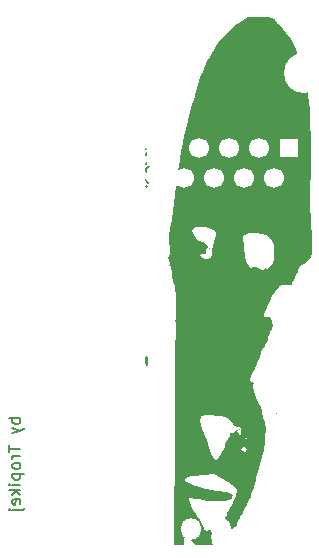
<source format=gbr>
%TF.GenerationSoftware,KiCad,Pcbnew,8.0.8+1*%
%TF.CreationDate,Date%
%TF.ProjectId,LAN8742A-breakout,4c414e38-3734-4324-912d-627265616b6f,+ (Unreleased)*%
%TF.SameCoordinates,Original*%
%TF.FileFunction,Legend,Bot*%
%TF.FilePolarity,Positive*%
%FSLAX46Y46*%
G04 Gerber Fmt 4.6, Leading zero omitted, Abs format (unit mm)*
G04 Created by KiCad*
%MOMM*%
%LPD*%
G01*
G04 APERTURE LIST*
G04 Aperture macros list*
%AMRoundRect*
0 Rectangle with rounded corners*
0 $1 Rounding radius*
0 $2 $3 $4 $5 $6 $7 $8 $9 X,Y pos of 4 corners*
0 Add a 4 corners polygon primitive as box body*
4,1,4,$2,$3,$4,$5,$6,$7,$8,$9,$2,$3,0*
0 Add four circle primitives for the rounded corners*
1,1,$1+$1,$2,$3*
1,1,$1+$1,$4,$5*
1,1,$1+$1,$6,$7*
1,1,$1+$1,$8,$9*
0 Add four rect primitives between the rounded corners*
20,1,$1+$1,$2,$3,$4,$5,0*
20,1,$1+$1,$4,$5,$6,$7,0*
20,1,$1+$1,$6,$7,$8,$9,0*
20,1,$1+$1,$8,$9,$2,$3,0*%
G04 Aperture macros list end*
%ADD10C,0.150000*%
%ADD11C,0.300000*%
%ADD12C,0.000000*%
%ADD13C,3.300000*%
%ADD14RoundRect,0.050000X-0.850000X-0.850000X0.850000X-0.850000X0.850000X0.850000X-0.850000X0.850000X0*%
%ADD15O,1.800000X1.800000*%
%ADD16C,2.100000*%
%ADD17RoundRect,0.050000X-0.850000X0.850000X-0.850000X-0.850000X0.850000X-0.850000X0.850000X0.850000X0*%
%ADD18RoundRect,0.050000X0.850000X0.850000X-0.850000X0.850000X-0.850000X-0.850000X0.850000X-0.850000X0*%
%ADD19C,3.400000*%
%ADD20RoundRect,0.050000X0.800000X0.800000X-0.800000X0.800000X-0.800000X-0.800000X0.800000X-0.800000X0*%
%ADD21C,1.700000*%
%ADD22C,1.900000*%
%ADD23C,2.600000*%
G04 APERTURE END LIST*
D10*
X129014002Y-81960091D02*
X128014002Y-81960091D01*
X128394954Y-81960091D02*
X128347335Y-82055329D01*
X128347335Y-82055329D02*
X128347335Y-82245805D01*
X128347335Y-82245805D02*
X128394954Y-82341043D01*
X128394954Y-82341043D02*
X128442573Y-82388662D01*
X128442573Y-82388662D02*
X128537811Y-82436281D01*
X128537811Y-82436281D02*
X128823525Y-82436281D01*
X128823525Y-82436281D02*
X128918763Y-82388662D01*
X128918763Y-82388662D02*
X128966383Y-82341043D01*
X128966383Y-82341043D02*
X129014002Y-82245805D01*
X129014002Y-82245805D02*
X129014002Y-82055329D01*
X129014002Y-82055329D02*
X128966383Y-81960091D01*
X128347335Y-82769615D02*
X129014002Y-83007710D01*
X128347335Y-83245805D02*
X129014002Y-83007710D01*
X129014002Y-83007710D02*
X129252097Y-82912472D01*
X129252097Y-82912472D02*
X129299716Y-82864853D01*
X129299716Y-82864853D02*
X129347335Y-82769615D01*
X128014002Y-84245806D02*
X128014002Y-84817234D01*
X129014002Y-84531520D02*
X128014002Y-84531520D01*
X129014002Y-85150568D02*
X128347335Y-85150568D01*
X128537811Y-85150568D02*
X128442573Y-85198187D01*
X128442573Y-85198187D02*
X128394954Y-85245806D01*
X128394954Y-85245806D02*
X128347335Y-85341044D01*
X128347335Y-85341044D02*
X128347335Y-85436282D01*
X129014002Y-85912473D02*
X128966383Y-85817235D01*
X128966383Y-85817235D02*
X128918763Y-85769616D01*
X128918763Y-85769616D02*
X128823525Y-85721997D01*
X128823525Y-85721997D02*
X128537811Y-85721997D01*
X128537811Y-85721997D02*
X128442573Y-85769616D01*
X128442573Y-85769616D02*
X128394954Y-85817235D01*
X128394954Y-85817235D02*
X128347335Y-85912473D01*
X128347335Y-85912473D02*
X128347335Y-86055330D01*
X128347335Y-86055330D02*
X128394954Y-86150568D01*
X128394954Y-86150568D02*
X128442573Y-86198187D01*
X128442573Y-86198187D02*
X128537811Y-86245806D01*
X128537811Y-86245806D02*
X128823525Y-86245806D01*
X128823525Y-86245806D02*
X128918763Y-86198187D01*
X128918763Y-86198187D02*
X128966383Y-86150568D01*
X128966383Y-86150568D02*
X129014002Y-86055330D01*
X129014002Y-86055330D02*
X129014002Y-85912473D01*
X128347335Y-86674378D02*
X129347335Y-86674378D01*
X128394954Y-86674378D02*
X128347335Y-86769616D01*
X128347335Y-86769616D02*
X128347335Y-86960092D01*
X128347335Y-86960092D02*
X128394954Y-87055330D01*
X128394954Y-87055330D02*
X128442573Y-87102949D01*
X128442573Y-87102949D02*
X128537811Y-87150568D01*
X128537811Y-87150568D02*
X128823525Y-87150568D01*
X128823525Y-87150568D02*
X128918763Y-87102949D01*
X128918763Y-87102949D02*
X128966383Y-87055330D01*
X128966383Y-87055330D02*
X129014002Y-86960092D01*
X129014002Y-86960092D02*
X129014002Y-86769616D01*
X129014002Y-86769616D02*
X128966383Y-86674378D01*
X129014002Y-87579140D02*
X128347335Y-87579140D01*
X128014002Y-87579140D02*
X128061621Y-87531521D01*
X128061621Y-87531521D02*
X128109240Y-87579140D01*
X128109240Y-87579140D02*
X128061621Y-87626759D01*
X128061621Y-87626759D02*
X128014002Y-87579140D01*
X128014002Y-87579140D02*
X128109240Y-87579140D01*
X129014002Y-88055330D02*
X128014002Y-88055330D01*
X128633049Y-88150568D02*
X129014002Y-88436282D01*
X128347335Y-88436282D02*
X128728287Y-88055330D01*
X128966383Y-89245806D02*
X129014002Y-89150568D01*
X129014002Y-89150568D02*
X129014002Y-88960092D01*
X129014002Y-88960092D02*
X128966383Y-88864854D01*
X128966383Y-88864854D02*
X128871144Y-88817235D01*
X128871144Y-88817235D02*
X128490192Y-88817235D01*
X128490192Y-88817235D02*
X128394954Y-88864854D01*
X128394954Y-88864854D02*
X128347335Y-88960092D01*
X128347335Y-88960092D02*
X128347335Y-89150568D01*
X128347335Y-89150568D02*
X128394954Y-89245806D01*
X128394954Y-89245806D02*
X128490192Y-89293425D01*
X128490192Y-89293425D02*
X128585430Y-89293425D01*
X128585430Y-89293425D02*
X128680668Y-88817235D01*
X128347335Y-89721997D02*
X129204478Y-89721997D01*
X129204478Y-89721997D02*
X129299716Y-89674378D01*
X129299716Y-89674378D02*
X129347335Y-89579140D01*
X129347335Y-89579140D02*
X129347335Y-89531521D01*
X128014002Y-89721997D02*
X128061621Y-89674378D01*
X128061621Y-89674378D02*
X128109240Y-89721997D01*
X128109240Y-89721997D02*
X128061621Y-89769616D01*
X128061621Y-89769616D02*
X128014002Y-89721997D01*
X128014002Y-89721997D02*
X128109240Y-89721997D01*
D11*
X148588207Y-69375537D02*
X148731065Y-69304108D01*
X148731065Y-69304108D02*
X148945350Y-69304108D01*
X148945350Y-69304108D02*
X149159636Y-69375537D01*
X149159636Y-69375537D02*
X149302493Y-69518394D01*
X149302493Y-69518394D02*
X149373922Y-69661251D01*
X149373922Y-69661251D02*
X149445350Y-69946965D01*
X149445350Y-69946965D02*
X149445350Y-70161251D01*
X149445350Y-70161251D02*
X149373922Y-70446965D01*
X149373922Y-70446965D02*
X149302493Y-70589822D01*
X149302493Y-70589822D02*
X149159636Y-70732680D01*
X149159636Y-70732680D02*
X148945350Y-70804108D01*
X148945350Y-70804108D02*
X148802493Y-70804108D01*
X148802493Y-70804108D02*
X148588207Y-70732680D01*
X148588207Y-70732680D02*
X148516779Y-70661251D01*
X148516779Y-70661251D02*
X148516779Y-70161251D01*
X148516779Y-70161251D02*
X148802493Y-70161251D01*
X147659636Y-69304108D02*
X147659636Y-69661251D01*
X148016779Y-69518394D02*
X147659636Y-69661251D01*
X147659636Y-69661251D02*
X147302493Y-69518394D01*
X147873922Y-69946965D02*
X147659636Y-69661251D01*
X147659636Y-69661251D02*
X147445350Y-69946965D01*
X146516779Y-69304108D02*
X146516779Y-69661251D01*
X146873922Y-69518394D02*
X146516779Y-69661251D01*
X146516779Y-69661251D02*
X146159636Y-69518394D01*
X146731065Y-69946965D02*
X146516779Y-69661251D01*
X146516779Y-69661251D02*
X146302493Y-69946965D01*
X145373922Y-69304108D02*
X145373922Y-69661251D01*
X145731065Y-69518394D02*
X145373922Y-69661251D01*
X145373922Y-69661251D02*
X145016779Y-69518394D01*
X145588208Y-69946965D02*
X145373922Y-69661251D01*
X145373922Y-69661251D02*
X145159636Y-69946965D01*
D12*
%TO.C,G\u002A\u002A\u002A*%
G36*
X145061635Y-67553111D02*
G01*
X145020799Y-67593947D01*
X144979963Y-67553111D01*
X145020799Y-67512275D01*
X145061635Y-67553111D01*
G37*
G36*
X147593468Y-82907452D02*
G01*
X147552632Y-82948288D01*
X147511796Y-82907452D01*
X147552632Y-82866616D01*
X147593468Y-82907452D01*
G37*
G36*
X148736877Y-47706809D02*
G01*
X148696041Y-47747645D01*
X148655205Y-47706809D01*
X148696041Y-47665973D01*
X148736877Y-47706809D01*
G37*
G36*
X150778677Y-81519027D02*
G01*
X150737841Y-81559863D01*
X150697005Y-81519027D01*
X150737841Y-81478191D01*
X150778677Y-81519027D01*
G37*
G36*
X150697005Y-81723207D02*
G01*
X150691111Y-81766444D01*
X150642557Y-81777655D01*
X150632783Y-81765685D01*
X150642557Y-81668759D01*
X150667123Y-81655982D01*
X150697005Y-81723207D01*
G37*
G36*
X139719575Y-59447813D02*
G01*
X139735155Y-59523271D01*
X139702159Y-59686023D01*
X139636450Y-59875940D01*
X139606430Y-59685166D01*
X139600297Y-59538859D01*
X139641110Y-59431316D01*
X139719575Y-59447813D01*
G37*
G36*
X139711696Y-62212025D02*
G01*
X139794475Y-62294573D01*
X139777957Y-62396382D01*
X139752528Y-62418556D01*
X139639767Y-62438738D01*
X139589610Y-62326101D01*
X139598256Y-62269816D01*
X139666462Y-62203593D01*
X139711696Y-62212025D01*
G37*
G36*
X139722207Y-60267166D02*
G01*
X139739727Y-60320539D01*
X139709568Y-60464540D01*
X139685654Y-60518251D01*
X139644341Y-60566507D01*
X139610587Y-60461670D01*
X139600621Y-60347008D01*
X139641457Y-60249017D01*
X139722207Y-60267166D01*
G37*
G36*
X139693587Y-59075937D02*
G01*
X139752954Y-59186548D01*
X139750616Y-59204782D01*
X139671282Y-59263400D01*
X139632251Y-59247817D01*
X139589610Y-59136072D01*
X139601362Y-59077735D01*
X139671282Y-59059220D01*
X139693587Y-59075937D01*
G37*
G36*
X139646289Y-61631889D02*
G01*
X139683158Y-61704010D01*
X139811363Y-61851053D01*
X139870019Y-61918979D01*
X139881025Y-62031248D01*
X139823729Y-62087425D01*
X139717646Y-62074153D01*
X139629760Y-61955874D01*
X139596057Y-61766077D01*
X139597204Y-61734992D01*
X139615615Y-61615631D01*
X139646289Y-61631889D01*
G37*
G36*
X139767815Y-76723406D02*
G01*
X139807344Y-76792836D01*
X139843349Y-76991778D01*
X139841003Y-77232835D01*
X139803119Y-77448440D01*
X139732512Y-77571028D01*
X139670829Y-77567004D01*
X139630139Y-77443733D01*
X139605676Y-77178631D01*
X139598073Y-76929283D01*
X139616327Y-76727045D01*
X139671356Y-76662775D01*
X139767815Y-76723406D01*
G37*
G36*
X139912148Y-60571714D02*
G01*
X139994806Y-60615663D01*
X139961324Y-60699985D01*
X139827705Y-60776529D01*
X139706466Y-60855790D01*
X139703709Y-61014924D01*
X139719442Y-61141526D01*
X139690213Y-61259978D01*
X139677205Y-61265907D01*
X139634419Y-61194534D01*
X139604376Y-61014982D01*
X139608554Y-60812539D01*
X139699977Y-60632061D01*
X139895880Y-60571403D01*
X139912148Y-60571714D01*
G37*
G36*
X153594757Y-68267221D02*
G01*
X153437616Y-68515757D01*
X153246940Y-68746390D01*
X153057930Y-68916227D01*
X152905786Y-68982371D01*
X152754867Y-69025347D01*
X152600815Y-69201177D01*
X152520496Y-69486036D01*
X152497496Y-69589467D01*
X152396189Y-69839796D01*
X152248474Y-70098056D01*
X152157966Y-70240604D01*
X152047062Y-70447855D01*
X152003758Y-70579070D01*
X152001389Y-70599565D01*
X151939814Y-70658250D01*
X151773254Y-70688747D01*
X151472889Y-70697484D01*
X151211444Y-70705589D01*
X151016521Y-70727952D01*
X150942021Y-70759572D01*
X150940848Y-70767632D01*
X150877146Y-70875598D01*
X150746149Y-71032900D01*
X150573052Y-71256868D01*
X150356730Y-71604570D01*
X150141465Y-72006181D01*
X149955419Y-72408808D01*
X149826757Y-72759557D01*
X149773092Y-72927024D01*
X149681891Y-73162972D01*
X149606518Y-73304143D01*
X149569073Y-73370829D01*
X149628344Y-73393368D01*
X149819546Y-73370448D01*
X149825766Y-73369452D01*
X150032678Y-73351649D01*
X150151728Y-73406082D01*
X150251661Y-73563454D01*
X150260100Y-73580147D01*
X150328555Y-73763347D01*
X150331487Y-73879448D01*
X150320853Y-73910541D01*
X150372951Y-74006828D01*
X150415171Y-74054000D01*
X150369311Y-74169757D01*
X150328958Y-74234848D01*
X150301585Y-74387084D01*
X150301777Y-74388024D01*
X150274824Y-74528179D01*
X150179534Y-74712386D01*
X150077183Y-74913932D01*
X150024174Y-75120746D01*
X149975913Y-75312478D01*
X149865345Y-75528741D01*
X149862201Y-75533353D01*
X149759501Y-75707264D01*
X149716941Y-75825011D01*
X149700109Y-75880067D01*
X149600817Y-76000867D01*
X149574635Y-76029485D01*
X149490148Y-76202252D01*
X149428853Y-76439645D01*
X149416800Y-76501162D01*
X149327898Y-76764041D01*
X149207956Y-76961656D01*
X149105904Y-77119843D01*
X149087949Y-77258661D01*
X149077363Y-77359750D01*
X148993680Y-77559611D01*
X148853266Y-77800814D01*
X148728034Y-78005863D01*
X148616499Y-78225945D01*
X148573533Y-78365448D01*
X148561742Y-78442462D01*
X148471442Y-78608834D01*
X148457716Y-78623355D01*
X148422226Y-78720326D01*
X148523860Y-78826403D01*
X148633517Y-78900632D01*
X148760170Y-78967735D01*
X148796277Y-79016362D01*
X148748367Y-79169904D01*
X148702809Y-79286425D01*
X148736656Y-79395418D01*
X148742745Y-79399943D01*
X148796482Y-79520474D01*
X148818549Y-79722243D01*
X148818774Y-79742941D01*
X148844595Y-79940131D01*
X148900221Y-80048931D01*
X148936724Y-80085328D01*
X148981893Y-80229804D01*
X148984166Y-80252765D01*
X149048743Y-80416068D01*
X149174523Y-80612926D01*
X149245484Y-80726319D01*
X149367705Y-81008058D01*
X149453294Y-81314847D01*
X149486158Y-81469402D01*
X149578499Y-81824929D01*
X149677349Y-82131567D01*
X149712224Y-82232430D01*
X149759900Y-82434136D01*
X149782169Y-82674955D01*
X149782052Y-82749369D01*
X149781664Y-82995984D01*
X149761016Y-83438320D01*
X149747360Y-83637680D01*
X149738768Y-83763106D01*
X149702728Y-84158405D01*
X149662911Y-84488438D01*
X149648763Y-84568116D01*
X149624594Y-84704236D01*
X149567276Y-84927184D01*
X149453070Y-85356863D01*
X149324064Y-85830253D01*
X149198677Y-86280031D01*
X149095325Y-86638875D01*
X149062061Y-86758372D01*
X149004618Y-87010694D01*
X148981893Y-87185341D01*
X148968098Y-87284567D01*
X148900221Y-87399413D01*
X148845406Y-87491750D01*
X148818549Y-87674475D01*
X148791075Y-87853450D01*
X148698638Y-88057597D01*
X148620407Y-88215740D01*
X148576130Y-88448267D01*
X148529511Y-88664618D01*
X148410188Y-88888060D01*
X148295349Y-89077136D01*
X148246844Y-89243989D01*
X148230822Y-89327703D01*
X148130138Y-89457573D01*
X148075264Y-89496339D01*
X147997845Y-89604558D01*
X147980322Y-89678944D01*
X147842389Y-90016050D01*
X147623831Y-90360597D01*
X147587600Y-90409882D01*
X147458117Y-90618548D01*
X147390890Y-90780482D01*
X147334429Y-90961847D01*
X147160523Y-91207854D01*
X146919674Y-91334900D01*
X146765179Y-91386271D01*
X146695076Y-91452387D01*
X146676033Y-91488683D01*
X146558581Y-91523850D01*
X146445603Y-91551169D01*
X146275771Y-91656264D01*
X146272782Y-91658939D01*
X146126063Y-91737588D01*
X145991379Y-91740657D01*
X145917761Y-91681048D01*
X145954238Y-91571662D01*
X146005839Y-91481534D01*
X145943018Y-91422566D01*
X145932489Y-91418799D01*
X145883193Y-91361658D01*
X145955731Y-91243905D01*
X146012717Y-91178326D01*
X146089766Y-91146004D01*
X146179485Y-91245079D01*
X146259051Y-91333350D01*
X146326870Y-91336724D01*
X146336229Y-91209751D01*
X146281630Y-90967379D01*
X146276956Y-90951690D01*
X146226867Y-90730797D01*
X146250067Y-90573206D01*
X146357642Y-90395534D01*
X146376585Y-90368186D01*
X146486756Y-90172670D01*
X146531732Y-90025548D01*
X146539950Y-89967204D01*
X146618125Y-89846656D01*
X146672752Y-89788516D01*
X146791016Y-89590464D01*
X146937062Y-89289678D01*
X147096677Y-88918093D01*
X147255648Y-88507646D01*
X147399764Y-88090270D01*
X147388729Y-88015693D01*
X147251372Y-87859676D01*
X146965574Y-87647946D01*
X146586580Y-87396242D01*
X146170018Y-87125352D01*
X145849838Y-86929418D01*
X145603881Y-86798435D01*
X145409985Y-86722396D01*
X145245989Y-86691294D01*
X145089732Y-86695125D01*
X144919054Y-86723881D01*
X144682605Y-86762377D01*
X144321227Y-86803138D01*
X143959063Y-86828785D01*
X143952518Y-86829081D01*
X143549788Y-86864501D01*
X143228240Y-86926102D01*
X143015243Y-87006642D01*
X142938163Y-87098881D01*
X142968911Y-87185929D01*
X143134799Y-87341425D01*
X143424592Y-87507119D01*
X143815754Y-87670938D01*
X144285751Y-87820810D01*
X144420120Y-87856246D01*
X144810114Y-87946284D01*
X145239627Y-88031860D01*
X145659167Y-88104172D01*
X146019240Y-88154417D01*
X146270354Y-88173792D01*
X146521825Y-88209424D01*
X146784960Y-88302052D01*
X146879401Y-88355762D01*
X146983278Y-88465714D01*
X146974938Y-88608322D01*
X146938165Y-88721902D01*
X146909528Y-88793527D01*
X146887911Y-88804420D01*
X146671315Y-88872560D01*
X146358339Y-88932733D01*
X146006783Y-88975648D01*
X145674446Y-88992018D01*
X145650404Y-88991919D01*
X145322040Y-88977332D01*
X144932035Y-88941872D01*
X144517806Y-88891130D01*
X144116766Y-88830698D01*
X143766332Y-88766168D01*
X143503918Y-88703130D01*
X143366941Y-88647176D01*
X143360158Y-88641758D01*
X143285883Y-88624445D01*
X143264851Y-88749538D01*
X143280128Y-88854281D01*
X143348298Y-89072273D01*
X143451463Y-89323819D01*
X143567887Y-89561815D01*
X143675836Y-89739156D01*
X143753575Y-89808738D01*
X143760600Y-89809832D01*
X143825551Y-89896023D01*
X143879626Y-90077779D01*
X143950445Y-90273547D01*
X144107925Y-90424885D01*
X144222287Y-90513602D01*
X144311017Y-90721571D01*
X144355221Y-90885715D01*
X144453943Y-91037842D01*
X144513443Y-91108769D01*
X144571603Y-91291398D01*
X144571642Y-91295963D01*
X144638313Y-91451228D01*
X144795632Y-91511300D01*
X144989674Y-91455068D01*
X145118392Y-91382704D01*
X145204295Y-91378288D01*
X145224979Y-91483014D01*
X145236694Y-91523850D01*
X145242439Y-91543878D01*
X145356225Y-91605522D01*
X145425701Y-91622954D01*
X145441290Y-91725870D01*
X145439304Y-91807164D01*
X145533961Y-91923925D01*
X145602600Y-91981964D01*
X145606655Y-92067791D01*
X145605501Y-92068896D01*
X145515676Y-92056713D01*
X145393944Y-91939662D01*
X145338206Y-91875659D01*
X145203953Y-91799328D01*
X145118400Y-91848872D01*
X145119664Y-92013964D01*
X145154515Y-92109571D01*
X145214087Y-92177389D01*
X145214593Y-92177402D01*
X145255874Y-92250220D01*
X145282946Y-92422405D01*
X145300076Y-92667259D01*
X144574980Y-92667259D01*
X143849884Y-92667259D01*
X143509867Y-92340571D01*
X143358968Y-92202392D01*
X143190260Y-92066470D01*
X143094842Y-92013882D01*
X143054156Y-91992397D01*
X143011475Y-91870956D01*
X143007860Y-91846510D01*
X142978153Y-91866323D01*
X142931057Y-92013882D01*
X142927361Y-92029015D01*
X142891741Y-92277831D01*
X142900137Y-92483497D01*
X142913259Y-92571783D01*
X142878788Y-92635949D01*
X142753496Y-92662212D01*
X142501153Y-92667259D01*
X142061031Y-92667259D01*
X142064299Y-91458729D01*
X142873286Y-91458729D01*
X142884073Y-91625940D01*
X142912432Y-91639794D01*
X142925267Y-91523850D01*
X142913883Y-91411500D01*
X142884073Y-91421760D01*
X142873286Y-91458729D01*
X142064299Y-91458729D01*
X142084494Y-83989606D01*
X142087762Y-82955335D01*
X142091041Y-82163400D01*
X144262796Y-82163400D01*
X144303665Y-82497509D01*
X144395770Y-82853767D01*
X144528088Y-83183572D01*
X144689596Y-83438320D01*
X144747509Y-83526337D01*
X144855250Y-83799841D01*
X144944303Y-84173368D01*
X144982610Y-84355347D01*
X145073382Y-84688376D01*
X145179995Y-84999351D01*
X145285947Y-85242343D01*
X145374737Y-85371425D01*
X145443476Y-85421810D01*
X145549508Y-85465669D01*
X145651566Y-85415192D01*
X145804772Y-85255522D01*
X145833157Y-85223090D01*
X146025108Y-84962925D01*
X146197058Y-84669366D01*
X146249278Y-84553816D01*
X147708532Y-84553816D01*
X147773364Y-84637475D01*
X147850697Y-84694586D01*
X148033406Y-84786838D01*
X148134231Y-84745390D01*
X148165172Y-84568116D01*
X148110034Y-84454408D01*
X147962060Y-84420693D01*
X147773364Y-84488098D01*
X147708532Y-84553816D01*
X146249278Y-84553816D01*
X146320865Y-84395412D01*
X146368388Y-84194063D01*
X146374313Y-84146818D01*
X146445880Y-83953650D01*
X146572568Y-83731942D01*
X146600840Y-83688156D01*
X148001828Y-83688156D01*
X148004166Y-83706390D01*
X148083500Y-83765008D01*
X148122531Y-83749425D01*
X148165172Y-83637680D01*
X148153420Y-83579343D01*
X148083500Y-83560828D01*
X148061196Y-83577544D01*
X148001828Y-83688156D01*
X146600840Y-83688156D01*
X146624273Y-83651863D01*
X146733314Y-83449276D01*
X146776748Y-83312185D01*
X146805056Y-83244396D01*
X146934258Y-83193304D01*
X147040426Y-83173242D01*
X147214277Y-83070796D01*
X147337152Y-82971700D01*
X147408462Y-82954717D01*
X147388801Y-83030748D01*
X147386186Y-83035733D01*
X147403325Y-83155927D01*
X147502393Y-83322408D01*
X147666949Y-83531606D01*
X147659119Y-83219529D01*
X147658382Y-83178508D01*
X147664193Y-82944737D01*
X147683633Y-82784944D01*
X147689198Y-82749369D01*
X147637364Y-82688362D01*
X147459016Y-82686943D01*
X147320128Y-82688293D01*
X147167090Y-82622034D01*
X147016141Y-82441927D01*
X146838200Y-82205097D01*
X146589081Y-81968905D01*
X146318777Y-81845094D01*
X145985266Y-81807816D01*
X145826196Y-81801775D01*
X145617753Y-81774954D01*
X145517843Y-81734552D01*
X145517343Y-81733769D01*
X145407247Y-81689214D01*
X145190594Y-81672232D01*
X144920497Y-81679403D01*
X144650070Y-81707307D01*
X144432428Y-81752524D01*
X144320684Y-81811634D01*
X144284185Y-81900045D01*
X144262796Y-82163400D01*
X142091041Y-82163400D01*
X142092580Y-81791713D01*
X142098404Y-80673271D01*
X142105116Y-79611826D01*
X142112602Y-78619193D01*
X142120744Y-77707190D01*
X142129427Y-76887632D01*
X142138534Y-76172336D01*
X142147950Y-75573118D01*
X142157558Y-75101796D01*
X142167242Y-74770184D01*
X142176886Y-74590100D01*
X142189824Y-74439514D01*
X142205950Y-74139057D01*
X142203900Y-73922747D01*
X142183344Y-73829638D01*
X142151293Y-73745473D01*
X142159294Y-73571427D01*
X142195656Y-73232235D01*
X142210370Y-72764192D01*
X142201724Y-72218176D01*
X142169494Y-71636712D01*
X142155623Y-71454363D01*
X142127526Y-71114905D01*
X142101508Y-70882132D01*
X142071040Y-70716325D01*
X142029596Y-70577765D01*
X141970648Y-70426733D01*
X141909051Y-70220530D01*
X141876426Y-69968518D01*
X141871660Y-69791169D01*
X141844438Y-69495322D01*
X141799909Y-69244872D01*
X141745923Y-69079097D01*
X141690328Y-69037270D01*
X141643935Y-69022918D01*
X141660635Y-68877050D01*
X141674953Y-68722642D01*
X141631710Y-68615032D01*
X141591037Y-68566327D01*
X141553599Y-68412793D01*
X141564382Y-68246734D01*
X141624663Y-68152039D01*
X141642409Y-68139480D01*
X141693063Y-68011988D01*
X141720626Y-67802217D01*
X141723445Y-67570892D01*
X141699865Y-67378737D01*
X141648234Y-67286479D01*
X141611688Y-67268328D01*
X141585535Y-67193740D01*
X141592664Y-67170231D01*
X141610891Y-67013720D01*
X141626938Y-66751464D01*
X141637984Y-66424831D01*
X141642199Y-66283572D01*
X141650646Y-66136952D01*
X143591539Y-66136952D01*
X143605099Y-66239124D01*
X143698545Y-66470594D01*
X143849811Y-66698174D01*
X144022157Y-66871590D01*
X144178841Y-66940568D01*
X144250774Y-66950633D01*
X144368247Y-67023575D01*
X144390257Y-67049444D01*
X144490555Y-67062693D01*
X144533110Y-67055258D01*
X144627838Y-67128774D01*
X144677439Y-67188273D01*
X144835660Y-67290744D01*
X144908201Y-67338011D01*
X144929192Y-67467878D01*
X144894185Y-67525576D01*
X144808061Y-67547822D01*
X144794900Y-67544528D01*
X144752178Y-67619011D01*
X144734947Y-67798810D01*
X144728365Y-67953730D01*
X144687689Y-68052459D01*
X144592021Y-68050511D01*
X144541386Y-68038158D01*
X144364733Y-68055865D01*
X144268567Y-68157011D01*
X144294069Y-68306252D01*
X144441348Y-68417219D01*
X144718041Y-68476382D01*
X144911880Y-68480158D01*
X145067891Y-68431119D01*
X145185226Y-68297970D01*
X145258724Y-68139093D01*
X145272806Y-67807615D01*
X145267828Y-67772028D01*
X145266282Y-67576437D01*
X145309086Y-67469934D01*
X145333944Y-67448012D01*
X145341789Y-67339710D01*
X145330363Y-67279870D01*
X145388324Y-67144751D01*
X145430018Y-67069519D01*
X145425727Y-66935017D01*
X145409911Y-66890410D01*
X145460216Y-66783270D01*
X145493309Y-66729934D01*
X147870402Y-66729934D01*
X147895149Y-66867680D01*
X147928326Y-67126860D01*
X147958498Y-67431516D01*
X147982676Y-67685664D01*
X148021540Y-68025268D01*
X148058844Y-68288159D01*
X148069920Y-68356829D01*
X148095961Y-68563022D01*
X148098835Y-68676101D01*
X148097652Y-68691907D01*
X148165172Y-68737355D01*
X148211224Y-68764718D01*
X148246844Y-68893439D01*
X148249907Y-68924082D01*
X148341917Y-69097765D01*
X148522972Y-69276472D01*
X148740178Y-69416064D01*
X148940643Y-69472403D01*
X149074337Y-69480757D01*
X149246196Y-69516272D01*
X149255374Y-69519076D01*
X149399627Y-69493347D01*
X149579564Y-69387836D01*
X149607810Y-69366025D01*
X149743435Y-69275460D01*
X149798613Y-69264393D01*
X149799096Y-69270986D01*
X149859104Y-69286782D01*
X149990963Y-69220207D01*
X150153886Y-69100805D01*
X150307085Y-68958121D01*
X150409771Y-68821701D01*
X150419540Y-68801578D01*
X150493066Y-68531882D01*
X150528552Y-68166307D01*
X150526071Y-67761911D01*
X150485696Y-67375751D01*
X150407503Y-67064887D01*
X150351443Y-66935385D01*
X150159178Y-66660083D01*
X149883615Y-66471528D01*
X149500439Y-66356686D01*
X148985336Y-66302522D01*
X148631129Y-66291306D01*
X148371381Y-66301999D01*
X148191401Y-66340989D01*
X148175560Y-66349013D01*
X148048617Y-66413312D01*
X148041016Y-66418335D01*
X147886378Y-66566816D01*
X147870402Y-66729934D01*
X145493309Y-66729934D01*
X145510573Y-66702109D01*
X145554619Y-66536446D01*
X145579180Y-66349013D01*
X145576751Y-66199684D01*
X145539824Y-66148333D01*
X145472570Y-66131088D01*
X145335644Y-66042178D01*
X145249890Y-65975634D01*
X145000676Y-65829201D01*
X144728598Y-65761272D01*
X144365625Y-65751457D01*
X144240661Y-65756041D01*
X143915468Y-65786695D01*
X143717195Y-65851279D01*
X143618375Y-65963472D01*
X143591539Y-66136952D01*
X141650646Y-66136952D01*
X141658957Y-65992706D01*
X141682309Y-65790978D01*
X141708565Y-65715490D01*
X141733518Y-65666181D01*
X141778126Y-65488572D01*
X141831795Y-65217567D01*
X141888053Y-64891163D01*
X141940429Y-64547359D01*
X141982450Y-64224152D01*
X142007644Y-63959542D01*
X142019182Y-63835607D01*
X142050750Y-63562730D01*
X142095733Y-63207778D01*
X142148539Y-62816133D01*
X142186770Y-62539768D01*
X142260237Y-62004574D01*
X142336837Y-61442536D01*
X142405095Y-60937677D01*
X142442577Y-60667879D01*
X142541868Y-60012516D01*
X142654876Y-59331267D01*
X142774729Y-58661715D01*
X142894561Y-58041445D01*
X143007500Y-57508043D01*
X143106678Y-57099091D01*
X143188686Y-56793926D01*
X143297718Y-56386772D01*
X143390908Y-56037355D01*
X143459648Y-55785442D01*
X143573955Y-55382293D01*
X143684497Y-55006865D01*
X143769120Y-54721841D01*
X143836531Y-54485380D01*
X143870693Y-54353489D01*
X143882539Y-54302086D01*
X143937915Y-54118063D01*
X143938214Y-54117234D01*
X143984316Y-53979140D01*
X144061783Y-53737404D01*
X144154011Y-53443833D01*
X144250171Y-53147255D01*
X144338109Y-52897313D01*
X144398310Y-52749620D01*
X144461815Y-52615802D01*
X144553747Y-52402950D01*
X144650394Y-52169728D01*
X144840112Y-51749964D01*
X145048725Y-51349361D01*
X145314447Y-50892018D01*
X145385229Y-50775616D01*
X145593096Y-50447001D01*
X145788046Y-50155513D01*
X145935599Y-49953259D01*
X146090254Y-49770742D01*
X146472602Y-49370545D01*
X146911541Y-48959943D01*
X147355526Y-48585952D01*
X147753009Y-48295590D01*
X148280074Y-47951825D01*
X149223105Y-47953636D01*
X149263869Y-47953734D01*
X149723153Y-47961706D01*
X150062519Y-47993340D01*
X150322231Y-48064892D01*
X150542552Y-48192621D01*
X150763745Y-48392785D01*
X151026075Y-48681639D01*
X151088236Y-48753228D01*
X151539814Y-49317324D01*
X151918620Y-49886476D01*
X152246002Y-50500134D01*
X152543307Y-51197749D01*
X152831882Y-52018770D01*
X152881380Y-52174501D01*
X152975746Y-52494217D01*
X153041077Y-52748158D01*
X153065494Y-52891924D01*
X153078001Y-52981702D01*
X153147166Y-53097162D01*
X153166278Y-53118515D01*
X153210975Y-53266059D01*
X153228838Y-53490464D01*
X153229399Y-53531642D01*
X153257254Y-53840390D01*
X153314155Y-54118602D01*
X153359034Y-54321349D01*
X153412559Y-54705738D01*
X153462056Y-55212989D01*
X153506792Y-55820546D01*
X153546030Y-56505857D01*
X153579036Y-57246369D01*
X153605073Y-58019528D01*
X153623407Y-58802780D01*
X153633302Y-59573574D01*
X153634023Y-60309354D01*
X153624834Y-60987568D01*
X153605000Y-61585663D01*
X153573785Y-62081085D01*
X153525363Y-62773552D01*
X153506410Y-63503034D01*
X153529861Y-64190454D01*
X153596220Y-64898770D01*
X153607441Y-65004424D01*
X153633813Y-65342507D01*
X153657426Y-65761970D01*
X153677285Y-66227894D01*
X153692395Y-66705360D01*
X153701763Y-67159449D01*
X153704394Y-67555241D01*
X153699293Y-67857816D01*
X153685465Y-68032257D01*
X153683164Y-68043678D01*
X153634667Y-68166307D01*
X153594757Y-68267221D01*
G37*
%TD*%
%LPC*%
D13*
%TO.C,H2*%
X164293981Y-49000000D03*
%TD*%
D14*
%TO.C,J4*%
X165690981Y-75000000D03*
D15*
X165690981Y-77540000D03*
%TD*%
D13*
%TO.C,H4*%
X130293981Y-93000000D03*
%TD*%
D16*
%TO.C,SW1*%
X129793981Y-67500000D03*
X129793981Y-61000000D03*
X134293981Y-67500000D03*
X134293981Y-61000000D03*
%TD*%
D17*
%TO.C,J2*%
X158739181Y-91378000D03*
D15*
X158739181Y-93918000D03*
X156199181Y-91378000D03*
X156199181Y-93918000D03*
X153659181Y-91378000D03*
X153659181Y-93918000D03*
X151119181Y-91378000D03*
X151119181Y-93918000D03*
X148579181Y-91378000D03*
X148579181Y-93918000D03*
X146039181Y-91378000D03*
X146039181Y-93918000D03*
X143499181Y-91378000D03*
X143499181Y-93918000D03*
X140959181Y-91378000D03*
X140959181Y-93918000D03*
X138419181Y-91378000D03*
X138419181Y-93918000D03*
X135879181Y-91378000D03*
X135879181Y-93918000D03*
%TD*%
D18*
%TO.C,J3*%
X165690981Y-87080000D03*
D15*
X165690981Y-84540000D03*
X165690981Y-82000000D03*
%TD*%
D13*
%TO.C,H1*%
X130293981Y-49000000D03*
%TD*%
%TO.C,H3*%
X164293981Y-93000000D03*
%TD*%
D19*
%TO.C,J1*%
X153013981Y-52703600D03*
X141583981Y-52703600D03*
D20*
X151743981Y-59053600D03*
D21*
X150473981Y-61593600D03*
X149203981Y-59053600D03*
X147933981Y-61593600D03*
X146663981Y-59053600D03*
X145393981Y-61593600D03*
X144123981Y-59053600D03*
X142853981Y-61593600D03*
D22*
X153923981Y-47813600D03*
X151383981Y-47813600D03*
X143203981Y-47813600D03*
X140663981Y-47813600D03*
D23*
X155033981Y-55753600D03*
X139553981Y-55753600D03*
%TD*%
%LPD*%
M02*

</source>
